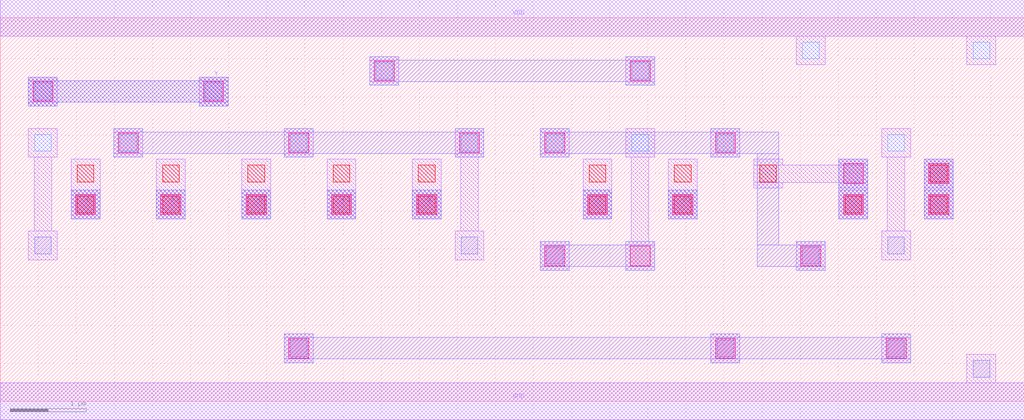
<source format=lef>
MACRO AAAOAI32211
 CLASS CORE ;
 FOREIGN AAAOAI32211 0 0 ;
 SIZE 13.44 BY 5.04 ;
 ORIGIN 0 0 ;
 SYMMETRY X Y R90 ;
 SITE unit ;
  PIN VDD
   DIRECTION INOUT ;
   USE POWER ;
   SHAPE ABUTMENT ;
    PORT
     CLASS CORE ;
       LAYER met1 ;
        RECT 0.00000000 4.80000000 13.44000000 5.28000000 ;
    END
  END VDD

  PIN GND
   DIRECTION INOUT ;
   USE POWER ;
   SHAPE ABUTMENT ;
    PORT
     CLASS CORE ;
       LAYER met1 ;
        RECT 0.00000000 -0.24000000 13.44000000 0.24000000 ;
    END
  END GND

  PIN Y
   DIRECTION INOUT ;
   USE SIGNAL ;
   SHAPE ABUTMENT ;
    PORT
     CLASS CORE ;
       LAYER met2 ;
        RECT 0.37000000 3.88200000 0.75000000 3.93200000 ;
        RECT 2.61000000 3.88200000 2.99000000 3.93200000 ;
        RECT 0.37000000 3.93200000 2.99000000 4.21200000 ;
        RECT 0.37000000 4.21200000 0.75000000 4.26200000 ;
        RECT 2.61000000 4.21200000 2.99000000 4.26200000 ;
    END
  END Y

  PIN A2
   DIRECTION INOUT ;
   USE SIGNAL ;
   SHAPE ABUTMENT ;
    PORT
     CLASS CORE ;
       LAYER met2 ;
        RECT 3.17000000 2.39700000 3.55000000 2.77700000 ;
    END
  END A2

  PIN B1
   DIRECTION INOUT ;
   USE SIGNAL ;
   SHAPE ABUTMENT ;
    PORT
     CLASS CORE ;
       LAYER met2 ;
        RECT 4.29000000 2.39700000 4.67000000 2.77700000 ;
    END
  END B1

  PIN C1
   DIRECTION INOUT ;
   USE SIGNAL ;
   SHAPE ABUTMENT ;
    PORT
     CLASS CORE ;
       LAYER met2 ;
        RECT 8.77000000 2.39700000 9.15000000 2.77700000 ;
    END
  END C1

  PIN E
   DIRECTION INOUT ;
   USE SIGNAL ;
   SHAPE ABUTMENT ;
    PORT
     CLASS CORE ;
       LAYER met2 ;
        RECT 12.13000000 2.39700000 12.51000000 3.18200000 ;
    END
  END E

  PIN C
   DIRECTION INOUT ;
   USE SIGNAL ;
   SHAPE ABUTMENT ;
    PORT
     CLASS CORE ;
       LAYER met2 ;
        RECT 7.65000000 2.39700000 8.03000000 2.77700000 ;
    END
  END C

  PIN A1
   DIRECTION INOUT ;
   USE SIGNAL ;
   SHAPE ABUTMENT ;
    PORT
     CLASS CORE ;
       LAYER met2 ;
        RECT 2.05000000 2.39700000 2.43000000 2.77700000 ;
    END
  END A1

  PIN B
   DIRECTION INOUT ;
   USE SIGNAL ;
   SHAPE ABUTMENT ;
    PORT
     CLASS CORE ;
       LAYER met2 ;
        RECT 5.41000000 2.39700000 5.79000000 2.77700000 ;
    END
  END B

  PIN A
   DIRECTION INOUT ;
   USE SIGNAL ;
   SHAPE ABUTMENT ;
    PORT
     CLASS CORE ;
       LAYER met2 ;
        RECT 0.93000000 2.39700000 1.31000000 2.77700000 ;
    END
  END A

  PIN D
   DIRECTION INOUT ;
   USE SIGNAL ;
   SHAPE ABUTMENT ;
    PORT
     CLASS CORE ;
       LAYER met2 ;
        RECT 11.01000000 2.39700000 11.39000000 3.18200000 ;
    END
  END D

 OBS
    LAYER polycont ;
     RECT 1.01000000 2.47700000 1.23000000 2.69700000 ;
     RECT 2.13000000 2.47700000 2.35000000 2.69700000 ;
     RECT 3.25000000 2.47700000 3.47000000 2.69700000 ;
     RECT 4.37000000 2.47700000 4.59000000 2.69700000 ;
     RECT 5.49000000 2.47700000 5.71000000 2.69700000 ;
     RECT 7.73000000 2.47700000 7.95000000 2.69700000 ;
     RECT 8.85000000 2.47700000 9.07000000 2.69700000 ;
     RECT 11.09000000 2.47700000 11.31000000 2.69700000 ;
     RECT 12.21000000 2.47700000 12.43000000 2.69700000 ;
     RECT 1.01000000 2.88200000 1.23000000 3.10200000 ;
     RECT 2.13000000 2.88200000 2.35000000 3.10200000 ;
     RECT 3.25000000 2.88200000 3.47000000 3.10200000 ;
     RECT 4.37000000 2.88200000 4.59000000 3.10200000 ;
     RECT 5.49000000 2.88200000 5.71000000 3.10200000 ;
     RECT 7.73000000 2.88200000 7.95000000 3.10200000 ;
     RECT 8.85000000 2.88200000 9.07000000 3.10200000 ;
     RECT 9.97000000 2.88200000 10.19000000 3.10200000 ;
     RECT 12.21000000 2.88200000 12.43000000 3.10200000 ;

    LAYER pdiffc ;
     RECT 0.45000000 3.28700000 0.67000000 3.50700000 ;
     RECT 1.57000000 3.28700000 1.79000000 3.50700000 ;
     RECT 3.81000000 3.28700000 4.03000000 3.50700000 ;
     RECT 6.05000000 3.28700000 6.27000000 3.50700000 ;
     RECT 7.17000000 3.28700000 7.39000000 3.50700000 ;
     RECT 8.29000000 3.28700000 8.51000000 3.50700000 ;
     RECT 9.41000000 3.28700000 9.63000000 3.50700000 ;
     RECT 11.65000000 3.28700000 11.87000000 3.50700000 ;
     RECT 0.45000000 3.96200000 0.67000000 4.18200000 ;
     RECT 2.69000000 3.96200000 2.91000000 4.18200000 ;
     RECT 4.93000000 4.23200000 5.15000000 4.45200000 ;
     RECT 8.29000000 4.23200000 8.51000000 4.45200000 ;
     RECT 10.53000000 4.50200000 10.75000000 4.72200000 ;
     RECT 12.77000000 4.50200000 12.99000000 4.72200000 ;

    LAYER ndiffc ;
     RECT 12.77000000 0.31700000 12.99000000 0.53700000 ;
     RECT 3.81000000 0.58700000 4.03000000 0.80700000 ;
     RECT 9.41000000 0.58700000 9.63000000 0.80700000 ;
     RECT 11.65000000 0.58700000 11.87000000 0.80700000 ;
     RECT 7.17000000 1.80200000 7.39000000 2.02200000 ;
     RECT 10.53000000 1.80200000 10.75000000 2.02200000 ;
     RECT 0.45000000 1.93700000 0.67000000 2.15700000 ;
     RECT 6.05000000 1.93700000 6.27000000 2.15700000 ;
     RECT 11.65000000 1.93700000 11.87000000 2.15700000 ;

    LAYER met1 ;
     RECT 0.00000000 -0.24000000 13.44000000 0.24000000 ;
     RECT 12.69000000 0.24000000 13.07000000 0.61700000 ;
     RECT 3.73000000 0.50700000 4.11000000 0.88700000 ;
     RECT 9.33000000 0.50700000 9.71000000 0.88700000 ;
     RECT 11.57000000 0.50700000 11.95000000 0.88700000 ;
     RECT 7.09000000 1.72200000 7.47000000 2.10200000 ;
     RECT 10.45000000 1.72200000 10.83000000 2.10200000 ;
     RECT 11.01000000 2.39700000 11.39000000 2.77700000 ;
     RECT 12.13000000 2.39700000 12.51000000 2.77700000 ;
     RECT 0.93000000 2.39700000 1.31000000 3.18200000 ;
     RECT 2.05000000 2.39700000 2.43000000 3.18200000 ;
     RECT 3.17000000 2.39700000 3.55000000 3.18200000 ;
     RECT 4.29000000 2.39700000 4.67000000 3.18200000 ;
     RECT 5.41000000 2.39700000 5.79000000 3.18200000 ;
     RECT 7.65000000 2.39700000 8.03000000 3.18200000 ;
     RECT 8.77000000 2.39700000 9.15000000 3.18200000 ;
     RECT 9.89000000 2.80200000 10.27000000 2.87700000 ;
     RECT 11.01000000 2.80200000 11.39000000 2.87700000 ;
     RECT 9.89000000 2.87700000 11.39000000 3.10700000 ;
     RECT 9.89000000 3.10700000 10.27000000 3.18200000 ;
     RECT 11.01000000 3.10700000 11.39000000 3.18200000 ;
     RECT 12.13000000 2.80200000 12.51000000 3.18200000 ;
     RECT 0.37000000 1.85700000 0.75000000 2.23700000 ;
     RECT 0.44500000 2.23700000 0.67500000 3.20700000 ;
     RECT 0.37000000 3.20700000 0.75000000 3.58700000 ;
     RECT 1.49000000 3.20700000 1.87000000 3.58700000 ;
     RECT 3.73000000 3.20700000 4.11000000 3.58700000 ;
     RECT 5.97000000 1.85700000 6.35000000 2.23700000 ;
     RECT 6.04500000 2.23700000 6.27500000 3.20700000 ;
     RECT 5.97000000 3.20700000 6.35000000 3.58700000 ;
     RECT 7.09000000 3.20700000 7.47000000 3.58700000 ;
     RECT 8.21000000 1.72200000 8.59000000 2.10200000 ;
     RECT 8.28500000 2.10200000 8.51500000 3.20700000 ;
     RECT 8.21000000 3.20700000 8.59000000 3.58700000 ;
     RECT 9.33000000 3.20700000 9.71000000 3.58700000 ;
     RECT 11.57000000 1.85700000 11.95000000 2.23700000 ;
     RECT 11.64500000 2.23700000 11.87500000 3.20700000 ;
     RECT 11.57000000 3.20700000 11.95000000 3.58700000 ;
     RECT 0.37000000 3.88200000 0.75000000 4.26200000 ;
     RECT 2.61000000 3.88200000 2.99000000 4.26200000 ;
     RECT 4.85000000 4.15200000 5.23000000 4.53200000 ;
     RECT 8.21000000 4.15200000 8.59000000 4.53200000 ;
     RECT 10.45000000 4.42200000 10.83000000 4.80000000 ;
     RECT 12.69000000 4.42200000 13.07000000 4.80000000 ;
     RECT 0.00000000 4.80000000 13.44000000 5.28000000 ;

    LAYER via1 ;
     RECT 3.79000000 0.56700000 4.05000000 0.82700000 ;
     RECT 9.39000000 0.56700000 9.65000000 0.82700000 ;
     RECT 11.63000000 0.56700000 11.89000000 0.82700000 ;
     RECT 7.15000000 1.78200000 7.41000000 2.04200000 ;
     RECT 8.27000000 1.78200000 8.53000000 2.04200000 ;
     RECT 10.51000000 1.78200000 10.77000000 2.04200000 ;
     RECT 0.99000000 2.45700000 1.25000000 2.71700000 ;
     RECT 2.11000000 2.45700000 2.37000000 2.71700000 ;
     RECT 3.23000000 2.45700000 3.49000000 2.71700000 ;
     RECT 4.35000000 2.45700000 4.61000000 2.71700000 ;
     RECT 5.47000000 2.45700000 5.73000000 2.71700000 ;
     RECT 7.71000000 2.45700000 7.97000000 2.71700000 ;
     RECT 8.83000000 2.45700000 9.09000000 2.71700000 ;
     RECT 11.07000000 2.45700000 11.33000000 2.71700000 ;
     RECT 12.19000000 2.45700000 12.45000000 2.71700000 ;
     RECT 11.07000000 2.86200000 11.33000000 3.12200000 ;
     RECT 12.19000000 2.86200000 12.45000000 3.12200000 ;
     RECT 1.55000000 3.26700000 1.81000000 3.52700000 ;
     RECT 3.79000000 3.26700000 4.05000000 3.52700000 ;
     RECT 6.03000000 3.26700000 6.29000000 3.52700000 ;
     RECT 7.15000000 3.26700000 7.41000000 3.52700000 ;
     RECT 9.39000000 3.26700000 9.65000000 3.52700000 ;
     RECT 0.43000000 3.94200000 0.69000000 4.20200000 ;
     RECT 2.67000000 3.94200000 2.93000000 4.20200000 ;
     RECT 4.91000000 4.21200000 5.17000000 4.47200000 ;
     RECT 8.27000000 4.21200000 8.53000000 4.47200000 ;

    LAYER met2 ;
     RECT 3.73000000 0.50700000 4.11000000 0.55700000 ;
     RECT 9.33000000 0.50700000 9.71000000 0.55700000 ;
     RECT 11.57000000 0.50700000 11.95000000 0.55700000 ;
     RECT 3.73000000 0.55700000 11.95000000 0.83700000 ;
     RECT 3.73000000 0.83700000 4.11000000 0.88700000 ;
     RECT 9.33000000 0.83700000 9.71000000 0.88700000 ;
     RECT 11.57000000 0.83700000 11.95000000 0.88700000 ;
     RECT 7.09000000 1.72200000 7.47000000 1.77200000 ;
     RECT 8.21000000 1.72200000 8.59000000 1.77200000 ;
     RECT 7.09000000 1.77200000 8.59000000 2.05200000 ;
     RECT 7.09000000 2.05200000 7.47000000 2.10200000 ;
     RECT 8.21000000 2.05200000 8.59000000 2.10200000 ;
     RECT 0.93000000 2.39700000 1.31000000 2.77700000 ;
     RECT 2.05000000 2.39700000 2.43000000 2.77700000 ;
     RECT 3.17000000 2.39700000 3.55000000 2.77700000 ;
     RECT 4.29000000 2.39700000 4.67000000 2.77700000 ;
     RECT 5.41000000 2.39700000 5.79000000 2.77700000 ;
     RECT 7.65000000 2.39700000 8.03000000 2.77700000 ;
     RECT 8.77000000 2.39700000 9.15000000 2.77700000 ;
     RECT 11.01000000 2.39700000 11.39000000 3.18200000 ;
     RECT 12.13000000 2.39700000 12.51000000 3.18200000 ;
     RECT 1.49000000 3.20700000 1.87000000 3.25700000 ;
     RECT 3.73000000 3.20700000 4.11000000 3.25700000 ;
     RECT 5.97000000 3.20700000 6.35000000 3.25700000 ;
     RECT 1.49000000 3.25700000 6.35000000 3.53700000 ;
     RECT 1.49000000 3.53700000 1.87000000 3.58700000 ;
     RECT 3.73000000 3.53700000 4.11000000 3.58700000 ;
     RECT 5.97000000 3.53700000 6.35000000 3.58700000 ;
     RECT 10.45000000 1.72200000 10.83000000 1.77200000 ;
     RECT 9.94000000 1.77200000 10.83000000 2.05200000 ;
     RECT 10.45000000 2.05200000 10.83000000 2.10200000 ;
     RECT 7.09000000 3.20700000 7.47000000 3.25700000 ;
     RECT 9.33000000 3.20700000 9.71000000 3.25700000 ;
     RECT 9.94000000 2.05200000 10.22000000 3.25700000 ;
     RECT 7.09000000 3.25700000 10.22000000 3.53700000 ;
     RECT 7.09000000 3.53700000 7.47000000 3.58700000 ;
     RECT 9.33000000 3.53700000 9.71000000 3.58700000 ;
     RECT 0.37000000 3.88200000 0.75000000 3.93200000 ;
     RECT 2.61000000 3.88200000 2.99000000 3.93200000 ;
     RECT 0.37000000 3.93200000 2.99000000 4.21200000 ;
     RECT 0.37000000 4.21200000 0.75000000 4.26200000 ;
     RECT 2.61000000 4.21200000 2.99000000 4.26200000 ;
     RECT 4.85000000 4.15200000 5.23000000 4.20200000 ;
     RECT 8.21000000 4.15200000 8.59000000 4.20200000 ;
     RECT 4.85000000 4.20200000 8.59000000 4.48200000 ;
     RECT 4.85000000 4.48200000 5.23000000 4.53200000 ;
     RECT 8.21000000 4.48200000 8.59000000 4.53200000 ;

 END
END AAAOAI32211

</source>
